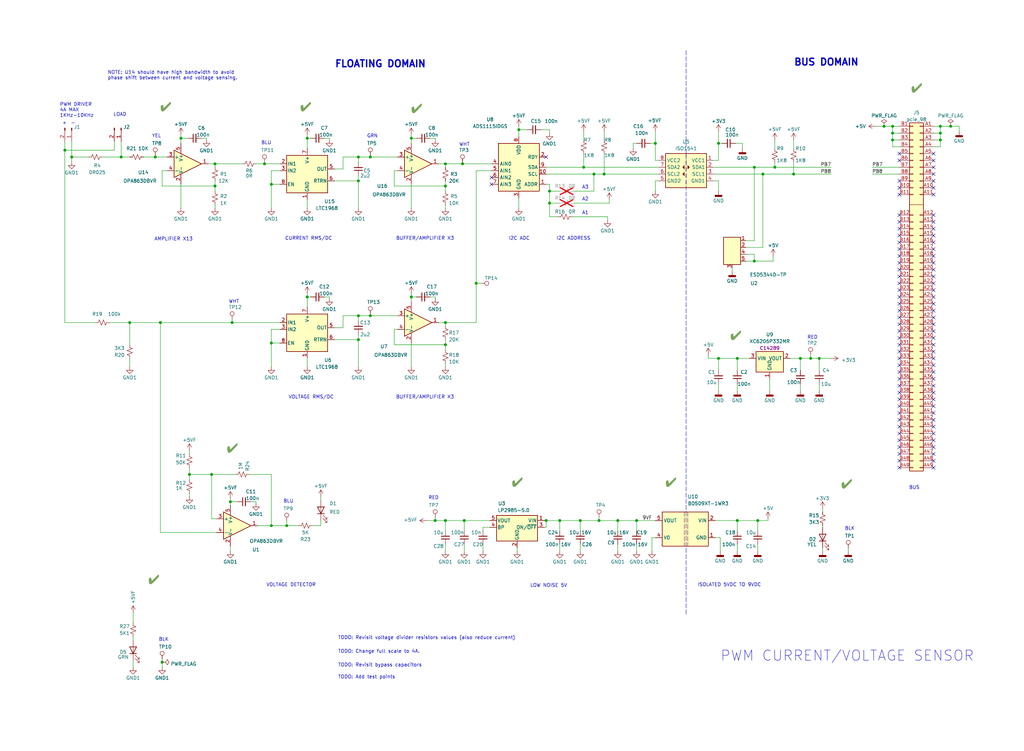
<source format=kicad_sch>
(kicad_sch (version 20230121) (generator eeschema)
  (paper "User" 381 279.4)
  (title_block (title "ADS1261B ADC BOARD") (rev "0.2"))
  (junction (at 295.275 64.77))
  (junction (at 67.31 51.435))
  (junction (at 267.335 53.34))
  (junction (at 85.725 186.69))
  (junction (at 133.35 117.475))
  (junction (at 24.13 55.88))
  (junction (at 100.965 195.58))
  (junction (at 349.885 52.07))
  (junction (at 80.01 60.96))
  (junction (at 165.735 128.27))
  (junction (at 283.845 64.77))
  (junction (at 203.2 193.675))
  (junction (at 45.085 58.42))
  (junction (at 60.325 246.38))
  (junction (at 280.67 97.155))
  (junction (at 78.74 176.53))
  (junction (at 133.35 67.31))
  (junction (at 267.335 133.35))
  (junction (at 161.925 193.675))
  (junction (at 332.105 52.07))
  (junction (at 349.885 49.53))
  (junction (at 288.29 62.23))
  (junction (at 220.98 64.77))
  (junction (at 204.47 71.12))
  (junction (at 153.035 51.435))
  (junction (at 133.35 58.42))
  (junction (at 165.735 120.015))
  (junction (at 137.795 117.475))
  (junction (at 133.35 126.365))
  (junction (at 280.67 62.23))
  (junction (at 301.625 133.35))
  (junction (at 165.735 193.675))
  (junction (at 26.67 58.42))
  (junction (at 165.735 60.96))
  (junction (at 57.785 58.42))
  (junction (at 217.17 62.23))
  (junction (at 193.04 48.26))
  (junction (at 274.32 193.675))
  (junction (at 224.79 64.77))
  (junction (at 274.32 133.35))
  (junction (at 80.01 69.215))
  (junction (at 100.965 127.635))
  (junction (at 137.795 58.42))
  (junction (at 172.085 60.96))
  (junction (at 297.815 133.35))
  (junction (at 332.105 49.53))
  (junction (at 304.8 133.35))
  (junction (at 236.855 193.675))
  (junction (at 281.94 193.675))
  (junction (at 114.3 110.49))
  (junction (at 177.165 105.41))
  (junction (at 153.035 110.49))
  (junction (at 353.695 46.99))
  (junction (at 229.87 193.675))
  (junction (at 215.9 193.675))
  (junction (at 332.105 46.99))
  (junction (at 204.47 75.565))
  (junction (at 114.3 51.435))
  (junction (at 349.885 46.99))
  (junction (at 98.425 60.96))
  (junction (at 208.28 193.675))
  (junction (at 59.69 120.015))
  (junction (at 86.36 120.015))
  (junction (at 222.885 193.675))
  (junction (at 172.72 193.675))
  (junction (at 106.68 195.58))
  (junction (at 70.485 176.53))
  (junction (at 165.735 69.215))
  (junction (at 48.26 120.015))
  (junction (at 243.84 53.34))
  (junction (at 100.965 68.58))
  (junction (at 328.93 46.99))
  (no_connect (at 347.345 64.77))
  (no_connect (at 334.645 69.85))
  (no_connect (at 347.345 148.59))
  (no_connect (at 334.645 107.95))
  (no_connect (at 347.345 113.03))
  (no_connect (at 347.345 107.95))
  (no_connect (at 334.645 123.19))
  (no_connect (at 334.645 166.37))
  (no_connect (at 347.345 166.37))
  (no_connect (at 347.345 115.57))
  (no_connect (at 347.345 69.85))
  (no_connect (at 334.645 90.17))
  (no_connect (at 347.345 90.17))
  (no_connect (at 334.645 105.41))
  (no_connect (at 347.345 95.25))
  (no_connect (at 347.345 123.19))
  (no_connect (at 203.2 58.42))
  (no_connect (at 347.345 135.89))
  (no_connect (at 334.645 120.65))
  (no_connect (at 334.645 156.21))
  (no_connect (at 334.645 171.45))
  (no_connect (at 347.345 173.99))
  (no_connect (at 334.645 143.51))
  (no_connect (at 334.645 85.09))
  (no_connect (at 347.345 161.29))
  (no_connect (at 347.345 87.63))
  (no_connect (at 334.645 110.49))
  (no_connect (at 334.645 97.79))
  (no_connect (at 334.645 161.29))
  (no_connect (at 347.345 125.73))
  (no_connect (at 334.645 102.87))
  (no_connect (at 347.345 57.15))
  (no_connect (at 347.345 156.21))
  (no_connect (at 347.345 171.45))
  (no_connect (at 334.645 153.67))
  (no_connect (at 347.345 59.69))
  (no_connect (at 334.645 148.59))
  (no_connect (at 334.645 140.97))
  (no_connect (at 347.345 143.51))
  (no_connect (at 347.345 85.09))
  (no_connect (at 334.645 87.63))
  (no_connect (at 334.645 80.01))
  (no_connect (at 334.645 138.43))
  (no_connect (at 347.345 110.49))
  (no_connect (at 334.645 115.57))
  (no_connect (at 334.645 100.33))
  (no_connect (at 182.88 68.58))
  (no_connect (at 347.345 97.79))
  (no_connect (at 334.645 67.31))
  (no_connect (at 334.645 95.25))
  (no_connect (at 347.345 67.31))
  (no_connect (at 347.345 120.65))
  (no_connect (at 334.645 92.71))
  (no_connect (at 347.345 130.81))
  (no_connect (at 334.645 59.69))
  (no_connect (at 347.345 140.97))
  (no_connect (at 347.345 138.43))
  (no_connect (at 334.645 146.05))
  (no_connect (at 347.345 72.39))
  (no_connect (at 347.345 133.35))
  (no_connect (at 334.645 163.83))
  (no_connect (at 347.345 151.13))
  (no_connect (at 347.345 100.33))
  (no_connect (at 334.645 151.13))
  (no_connect (at 347.345 153.67))
  (no_connect (at 334.645 125.73))
  (no_connect (at 334.645 130.81))
  (no_connect (at 334.645 118.11))
  (no_connect (at 334.645 82.55))
  (no_connect (at 334.645 113.03))
  (no_connect (at 347.345 146.05))
  (no_connect (at 334.645 135.89))
  (no_connect (at 334.645 72.39))
  (no_connect (at 334.645 133.35))
  (no_connect (at 334.645 128.27))
  (no_connect (at 347.345 168.91))
  (no_connect (at 334.645 168.91))
  (no_connect (at 182.88 66.04))
  (no_connect (at 347.345 62.23))
  (no_connect (at 334.645 158.75))
  (no_connect (at 347.345 158.75))
  (no_connect (at 334.645 57.15))
  (no_connect (at 347.345 163.83))
  (no_connect (at 347.345 92.71))
  (no_connect (at 347.345 105.41))
  (no_connect (at 334.645 173.99))
  (no_connect (at 347.345 80.01))
  (no_connect (at 347.345 102.87))
  (no_connect (at 347.345 128.27))
  (no_connect (at 347.345 82.55))
  (no_connect (at 347.345 118.11))
  (wire (pts (xy 204.47 48.26) (xy 204.47 49.53)))
  (wire (pts (xy 49.53 236.855) (xy 49.53 238.125)))
  (wire (pts (xy 349.885 49.53) (xy 349.885 46.99)))
  (wire (pts (xy 161.925 51.435) (xy 161.925 52.07)))
  (wire (pts (xy 229.87 193.675) (xy 229.87 197.485)))
  (wire (pts (xy 137.795 117.475) (xy 147.955 117.475)))
  (wire (pts (xy 24.13 52.705) (xy 24.13 55.88)))
  (wire (pts (xy 153.035 50.165) (xy 153.035 51.435)))
  (wire (pts (xy 49.53 227.965) (xy 49.53 231.775)))
  (wire (pts (xy 215.9 202.565) (xy 215.9 205.105)))
  (wire (pts (xy 80.01 76.2) (xy 80.01 77.47)))
  (wire (pts (xy 114.3 50.165) (xy 114.3 51.435)))
  (wire (pts (xy 224.79 57.15) (xy 224.79 64.77)))
  (wire (pts (xy 295.275 60.325) (xy 295.275 64.77)))
  (wire (pts (xy 95.25 60.96) (xy 98.425 60.96)))
  (wire (pts (xy 274.32 142.875) (xy 274.32 145.415)))
  (wire (pts (xy 26.67 58.42) (xy 33.02 58.42)))
  (wire (pts (xy 67.31 68.58) (xy 67.31 77.47)))
  (wire (pts (xy 119.38 184.785) (xy 119.38 186.055)))
  (wire (pts (xy 85.725 186.69) (xy 85.725 187.96)))
  (wire (pts (xy 204.47 71.12) (xy 204.47 75.565)))
  (wire (pts (xy 160.02 110.49) (xy 161.925 110.49)))
  (wire (pts (xy 80.01 69.215) (xy 80.01 71.12)))
  (wire (pts (xy 100.965 176.53) (xy 100.965 195.58)))
  (wire (pts (xy 204.47 75.565) (xy 208.28 75.565)))
  (wire (pts (xy 177.165 63.5) (xy 177.165 105.41)))
  (wire (pts (xy 172.085 60.96) (xy 182.88 60.96)))
  (wire (pts (xy 92.71 176.53) (xy 100.965 176.53)))
  (wire (pts (xy 222.885 192.405) (xy 222.885 193.675)))
  (wire (pts (xy 133.35 124.46) (xy 133.35 126.365)))
  (wire (pts (xy 203.2 62.23) (xy 217.17 62.23)))
  (wire (pts (xy 100.965 122.555) (xy 100.965 127.635)))
  (wire (pts (xy 77.47 60.96) (xy 80.01 60.96)))
  (wire (pts (xy 133.35 67.31) (xy 133.35 77.47)))
  (wire (pts (xy 172.72 193.675) (xy 182.245 193.675)))
  (wire (pts (xy 203.2 68.58) (xy 204.47 68.58)))
  (wire (pts (xy 67.31 51.435) (xy 67.31 53.34)))
  (wire (pts (xy 301.625 133.35) (xy 304.8 133.35)))
  (wire (pts (xy 153.035 110.49) (xy 154.94 110.49)))
  (wire (pts (xy 78.74 176.53) (xy 87.63 176.53)))
  (wire (pts (xy 267.335 53.34) (xy 268.605 53.34)))
  (wire (pts (xy 38.1 58.42) (xy 45.085 58.42)))
  (wire (pts (xy 229.87 202.565) (xy 229.87 205.105)))
  (wire (pts (xy 349.885 52.07) (xy 349.885 49.53)))
  (wire (pts (xy 165.735 193.675) (xy 172.72 193.675)))
  (wire (pts (xy 127.635 58.42) (xy 133.35 58.42)))
  (wire (pts (xy 243.84 53.34) (xy 243.84 48.895)))
  (wire (pts (xy 100.965 68.58) (xy 104.14 68.58)))
  (wire (pts (xy 42.545 52.705) (xy 42.545 55.88)))
  (wire (pts (xy 202.565 196.215) (xy 203.2 196.215)))
  (wire (pts (xy 220.98 64.77) (xy 224.79 64.77)))
  (wire (pts (xy 297.815 133.35) (xy 301.625 133.35)))
  (wire (pts (xy 80.645 193.04) (xy 78.74 193.04)))
  (wire (pts (xy 204.47 68.58) (xy 204.47 71.12)))
  (wire (pts (xy 280.67 62.23) (xy 280.67 89.535)))
  (wire (pts (xy 172.085 60.96) (xy 172.085 60.325)))
  (wire (pts (xy 347.345 49.53) (xy 349.885 49.53)))
  (wire (pts (xy 163.195 60.96) (xy 165.735 60.96)))
  (wire (pts (xy 201.295 48.26) (xy 204.47 48.26)))
  (wire (pts (xy 60.325 69.215) (xy 80.01 69.215)))
  (wire (pts (xy 179.705 202.565) (xy 179.705 205.105)))
  (wire (pts (xy 245.11 59.69) (xy 243.84 59.69)))
  (wire (pts (xy 127.635 117.475) (xy 133.35 117.475)))
  (wire (pts (xy 127.635 117.475) (xy 127.635 121.92)))
  (wire (pts (xy 179.705 197.485) (xy 179.705 196.215)))
  (wire (pts (xy 243.84 200.025) (xy 242.57 200.025)))
  (wire (pts (xy 208.28 202.565) (xy 208.28 205.105)))
  (wire (pts (xy 100.965 68.58) (xy 100.965 77.47)))
  (wire (pts (xy 267.335 142.875) (xy 267.335 145.415)))
  (wire (pts (xy 114.3 133.35) (xy 114.3 136.525)))
  (wire (pts (xy 267.335 133.35) (xy 267.335 137.795)))
  (wire (pts (xy 297.815 142.875) (xy 297.815 145.415)))
  (wire (pts (xy 24.13 55.88) (xy 42.545 55.88)))
  (wire (pts (xy 133.35 126.365) (xy 133.35 136.525)))
  (wire (pts (xy 70.485 183.515) (xy 70.485 184.785)))
  (wire (pts (xy 193.04 46.99) (xy 193.04 48.26)))
  (wire (pts (xy 242.57 200.025) (xy 242.57 205.105)))
  (wire (pts (xy 80.01 67.31) (xy 80.01 69.215)))
  (wire (pts (xy 226.06 80.645) (xy 226.06 81.915)))
  (wire (pts (xy 347.345 46.99) (xy 349.885 46.99)))
  (wire (pts (xy 203.2 196.215) (xy 203.2 193.675)))
  (wire (pts (xy 332.105 52.07) (xy 334.645 52.07)))
  (wire (pts (xy 60.325 246.38) (xy 60.325 248.285)))
  (wire (pts (xy 146.685 122.555) (xy 146.685 128.27)))
  (wire (pts (xy 120.65 51.435) (xy 122.555 51.435)))
  (wire (pts (xy 26.67 52.705) (xy 26.67 58.42)))
  (wire (pts (xy 203.2 64.77) (xy 220.98 64.77)))
  (wire (pts (xy 236.855 193.675) (xy 243.84 193.675)))
  (wire (pts (xy 208.28 193.675) (xy 208.28 197.485)))
  (wire (pts (xy 229.87 193.675) (xy 236.855 193.675)))
  (wire (pts (xy 104.14 63.5) (xy 100.965 63.5)))
  (wire (pts (xy 281.94 193.675) (xy 281.94 197.485)))
  (wire (pts (xy 274.32 193.675) (xy 274.32 197.485)))
  (wire (pts (xy 267.335 67.31) (xy 267.335 71.12)))
  (wire (pts (xy 349.885 54.61) (xy 349.885 52.07)))
  (wire (pts (xy 306.07 195.58) (xy 306.07 196.215)))
  (wire (pts (xy 85.725 203.2) (xy 85.725 205.105)))
  (wire (pts (xy 265.43 64.77) (xy 283.845 64.77)))
  (wire (pts (xy 217.17 62.23) (xy 245.11 62.23)))
  (wire (pts (xy 161.925 192.405) (xy 161.925 193.675)))
  (wire (pts (xy 85.725 186.69) (xy 88.265 186.69)))
  (wire (pts (xy 202.565 193.675) (xy 203.2 193.675)))
  (wire (pts (xy 26.67 58.42) (xy 26.67 60.325)))
  (wire (pts (xy 172.72 202.565) (xy 172.72 205.105)))
  (wire (pts (xy 328.93 46.99) (xy 332.105 46.99)))
  (wire (pts (xy 267.335 53.34) (xy 267.335 48.895)))
  (wire (pts (xy 93.345 186.69) (xy 95.25 186.69)))
  (wire (pts (xy 147.955 122.555) (xy 146.685 122.555)))
  (wire (pts (xy 288.29 52.07) (xy 288.29 55.245)))
  (wire (pts (xy 124.46 126.365) (xy 133.35 126.365)))
  (wire (pts (xy 45.085 52.705) (xy 45.085 58.42)))
  (wire (pts (xy 193.04 73.66) (xy 193.04 77.47)))
  (wire (pts (xy 165.735 120.015) (xy 177.165 120.015)))
  (polyline (pts (xy 255.27 18.796) (xy 255.27 228.6)) (stroke (width 0) (type dash)))
  (wire (pts (xy 212.725 80.645) (xy 226.06 80.645)))
  (wire (pts (xy 265.43 59.69) (xy 267.335 59.69)))
  (wire (pts (xy 332.105 49.53) (xy 332.105 52.07)))
  (wire (pts (xy 267.97 200.025) (xy 267.97 205.105)))
  (wire (pts (xy 301.625 132.08) (xy 301.625 133.35)))
  (wire (pts (xy 137.795 117.475) (xy 137.795 116.84)))
  (wire (pts (xy 53.34 58.42) (xy 57.785 58.42)))
  (wire (pts (xy 146.685 69.215) (xy 165.735 69.215)))
  (wire (pts (xy 165.735 128.27) (xy 165.735 130.175)))
  (wire (pts (xy 274.32 202.565) (xy 274.32 205.105)))
  (wire (pts (xy 165.735 135.255) (xy 165.735 136.525)))
  (wire (pts (xy 57.785 58.42) (xy 62.23 58.42)))
  (wire (pts (xy 85.725 185.42) (xy 85.725 186.69)))
  (wire (pts (xy 213.36 75.565) (xy 226.695 75.565)))
  (wire (pts (xy 179.705 196.215) (xy 182.245 196.215)))
  (wire (pts (xy 208.28 193.675) (xy 215.9 193.675)))
  (wire (pts (xy 294.005 133.35) (xy 297.815 133.35)))
  (wire (pts (xy 304.8 133.35) (xy 309.245 133.35)))
  (wire (pts (xy 78.74 193.04) (xy 78.74 176.53)))
  (wire (pts (xy 59.69 120.015) (xy 59.69 198.12)))
  (wire (pts (xy 86.36 118.745) (xy 86.36 120.015)))
  (wire (pts (xy 297.815 133.35) (xy 297.815 137.795)))
  (wire (pts (xy 49.53 245.745) (xy 49.53 248.285)))
  (wire (pts (xy 124.46 67.31) (xy 133.35 67.31)))
  (wire (pts (xy 334.645 54.61) (xy 332.105 54.61)))
  (wire (pts (xy 306.07 189.23) (xy 306.07 190.5)))
  (wire (pts (xy 165.735 67.31) (xy 165.735 69.215)))
  (wire (pts (xy 272.415 99.695) (xy 272.415 100.965)))
  (wire (pts (xy 100.965 127.635) (xy 104.14 127.635)))
  (wire (pts (xy 40.64 120.015) (xy 48.26 120.015)))
  (wire (pts (xy 215.9 193.675) (xy 222.885 193.675)))
  (wire (pts (xy 161.925 193.675) (xy 158.75 193.675)))
  (wire (pts (xy 98.425 60.96) (xy 104.14 60.96)))
  (wire (pts (xy 276.225 53.34) (xy 276.225 55.245)))
  (wire (pts (xy 114.3 51.435) (xy 114.3 55.245)))
  (wire (pts (xy 74.93 51.435) (xy 76.835 51.435)))
  (wire (pts (xy 114.3 110.49) (xy 115.57 110.49)))
  (wire (pts (xy 59.69 198.12) (xy 80.645 198.12)))
  (wire (pts (xy 161.925 193.675) (xy 165.735 193.675)))
  (wire (pts (xy 277.495 92.075) (xy 283.845 92.075)))
  (wire (pts (xy 165.735 60.96) (xy 172.085 60.96)))
  (wire (pts (xy 304.8 142.875) (xy 304.8 145.415)))
  (wire (pts (xy 204.47 71.12) (xy 208.28 71.12)))
  (wire (pts (xy 86.36 120.015) (xy 104.14 120.015)))
  (wire (pts (xy 277.495 89.535) (xy 280.67 89.535)))
  (wire (pts (xy 287.655 95.25) (xy 287.655 97.155)))
  (wire (pts (xy 273.685 53.34) (xy 276.225 53.34)))
  (wire (pts (xy 295.275 64.77) (xy 309.245 64.77)))
  (wire (pts (xy 114.3 110.49) (xy 114.3 114.3)))
  (wire (pts (xy 60.325 245.11) (xy 60.325 246.38)))
  (wire (pts (xy 100.965 195.58) (xy 106.68 195.58)))
  (wire (pts (xy 106.68 193.675) (xy 106.68 195.58)))
  (wire (pts (xy 215.9 193.675) (xy 215.9 197.485)))
  (wire (pts (xy 349.885 46.99) (xy 353.695 46.99)))
  (wire (pts (xy 204.47 75.565) (xy 204.47 80.645)))
  (wire (pts (xy 332.105 46.99) (xy 332.105 49.53)))
  (wire (pts (xy 172.72 193.675) (xy 172.72 197.485)))
  (wire (pts (xy 193.04 48.26) (xy 193.04 50.8)))
  (wire (pts (xy 165.735 193.675) (xy 165.735 197.485)))
  (wire (pts (xy 204.47 80.645) (xy 207.645 80.645)))
  (wire (pts (xy 267.335 53.34) (xy 267.335 59.69)))
  (wire (pts (xy 95.25 186.69) (xy 95.25 187.325)))
  (wire (pts (xy 283.845 64.77) (xy 283.845 92.075)))
  (wire (pts (xy 133.35 65.405) (xy 133.35 67.31)))
  (wire (pts (xy 70.485 167.64) (xy 70.485 168.91)))
  (wire (pts (xy 347.345 52.07) (xy 349.885 52.07)))
  (wire (pts (xy 265.43 67.31) (xy 267.335 67.31)))
  (wire (pts (xy 353.695 46.99) (xy 356.87 46.99)))
  (wire (pts (xy 153.035 127.635) (xy 153.035 136.525)))
  (wire (pts (xy 304.8 133.35) (xy 304.8 137.795)))
  (wire (pts (xy 236.855 53.34) (xy 235.585 53.34)))
  (wire (pts (xy 332.105 49.53) (xy 334.645 49.53)))
  (wire (pts (xy 106.68 195.58) (xy 111.125 195.58)))
  (wire (pts (xy 267.335 133.35) (xy 274.32 133.35)))
  (wire (pts (xy 114.3 74.295) (xy 114.3 77.47)))
  (wire (pts (xy 122.555 51.435) (xy 122.555 52.07)))
  (wire (pts (xy 286.385 140.97) (xy 286.385 145.415)))
  (wire (pts (xy 165.735 60.96) (xy 165.735 62.23)))
  (wire (pts (xy 332.105 52.07) (xy 332.105 54.61)))
  (wire (pts (xy 98.425 60.325) (xy 98.425 60.96)))
  (wire (pts (xy 127.635 58.42) (xy 127.635 62.865)))
  (wire (pts (xy 122.555 110.49) (xy 122.555 111.125)))
  (wire (pts (xy 153.035 110.49) (xy 153.035 112.395)))
  (wire (pts (xy 24.13 120.015) (xy 35.56 120.015)))
  (wire (pts (xy 182.88 63.5) (xy 177.165 63.5)))
  (wire (pts (xy 315.595 203.835) (xy 315.595 205.105)))
  (wire (pts (xy 334.645 46.99) (xy 332.105 46.99)))
  (wire (pts (xy 119.38 195.58) (xy 116.205 195.58)))
  (wire (pts (xy 277.495 94.615) (xy 280.67 94.615)))
  (wire (pts (xy 137.795 58.42) (xy 147.955 58.42)))
  (wire (pts (xy 100.965 63.5) (xy 100.965 68.58)))
  (wire (pts (xy 177.165 105.41) (xy 179.07 105.41)))
  (wire (pts (xy 217.17 57.15) (xy 217.17 62.23)))
  (wire (pts (xy 70.485 176.53) (xy 78.74 176.53)))
  (wire (pts (xy 266.065 200.025) (xy 267.97 200.025)))
  (wire (pts (xy 280.67 94.615) (xy 280.67 97.155)))
  (wire (pts (xy 324.485 62.23) (xy 334.645 62.23)))
  (wire (pts (xy 165.735 202.565) (xy 165.735 205.105)))
  (wire (pts (xy 203.2 193.675) (xy 208.28 193.675)))
  (wire (pts (xy 24.13 55.88) (xy 24.13 120.015)))
  (wire (pts (xy 161.925 110.49) (xy 161.925 111.125)))
  (wire (pts (xy 114.3 51.435) (xy 115.57 51.435)))
  (wire (pts (xy 147.955 63.5) (xy 146.685 63.5)))
  (wire (pts (xy 217.17 48.895) (xy 217.17 52.07)))
  (wire (pts (xy 274.32 133.35) (xy 274.32 137.795)))
  (wire (pts (xy 220.98 64.77) (xy 220.98 71.12)))
  (wire (pts (xy 60.325 63.5) (xy 62.23 63.5)))
  (wire (pts (xy 263.525 133.35) (xy 267.335 133.35)))
  (wire (pts (xy 243.84 67.31) (xy 243.84 71.12)))
  (wire (pts (xy 192.405 203.835) (xy 192.405 205.105)))
  (wire (pts (xy 153.035 51.435) (xy 154.94 51.435)))
  (wire (pts (xy 285.75 193.675) (xy 285.75 193.04)))
  (wire (pts (xy 347.345 54.61) (xy 349.885 54.61)))
  (wire (pts (xy 356.87 46.99) (xy 356.87 48.895)))
  (wire (pts (xy 283.845 64.77) (xy 295.275 64.77)))
  (wire (pts (xy 277.495 97.155) (xy 280.67 97.155)))
  (wire (pts (xy 104.14 122.555) (xy 100.965 122.555)))
  (wire (pts (xy 274.32 193.675) (xy 281.94 193.675)))
  (wire (pts (xy 165.735 76.2) (xy 165.735 77.47)))
  (wire (pts (xy 213.36 71.12) (xy 220.98 71.12)))
  (wire (pts (xy 263.525 133.35) (xy 263.525 132.08)))
  (wire (pts (xy 324.485 64.77) (xy 334.645 64.77)))
  (wire (pts (xy 133.35 58.42) (xy 137.795 58.42)))
  (wire (pts (xy 160.02 51.435) (xy 161.925 51.435)))
  (wire (pts (xy 165.735 69.215) (xy 165.735 71.12)))
  (wire (pts (xy 193.04 48.26) (xy 196.215 48.26)))
  (wire (pts (xy 288.29 60.325) (xy 288.29 62.23)))
  (wire (pts (xy 70.485 173.99) (xy 70.485 176.53)))
  (wire (pts (xy 133.35 58.42) (xy 133.35 60.325)))
  (wire (pts (xy 165.735 126.365) (xy 165.735 128.27)))
  (wire (pts (xy 80.01 60.96) (xy 90.17 60.96)))
  (wire (pts (xy 45.085 58.42) (xy 48.26 58.42)))
  (wire (pts (xy 280.67 97.155) (xy 287.655 97.155)))
  (wire (pts (xy 295.275 52.07) (xy 295.275 55.245)))
  (wire (pts (xy 274.32 133.35) (xy 278.765 133.35)))
  (wire (pts (xy 325.755 46.99) (xy 328.93 46.99)))
  (wire (pts (xy 133.35 117.475) (xy 133.35 119.38)))
  (wire (pts (xy 70.485 176.53) (xy 70.485 178.435)))
  (wire (pts (xy 146.685 128.27) (xy 165.735 128.27)))
  (wire (pts (xy 67.31 50.165) (xy 67.31 51.435)))
  (wire (pts (xy 100.965 127.635) (xy 100.965 136.525)))
  (wire (pts (xy 48.26 120.015) (xy 59.69 120.015)))
  (wire (pts (xy 163.195 120.015) (xy 165.735 120.015)))
  (wire (pts (xy 280.67 62.23) (xy 288.29 62.23)))
  (wire (pts (xy 165.735 120.015) (xy 165.735 121.285)))
  (wire (pts (xy 153.035 109.22) (xy 153.035 110.49)))
  (wire (pts (xy 243.84 53.34) (xy 243.84 59.69)))
  (wire (pts (xy 241.935 53.34) (xy 243.84 53.34)))
  (wire (pts (xy 153.035 51.435) (xy 153.035 53.34)))
  (wire (pts (xy 224.79 48.895) (xy 224.79 52.07)))
  (wire (pts (xy 95.885 195.58) (xy 100.965 195.58)))
  (wire (pts (xy 236.855 193.675) (xy 236.855 197.485)))
  (wire (pts (xy 224.79 64.77) (xy 245.11 64.77)))
  (wire (pts (xy 60.325 69.215) (xy 60.325 63.5)))
  (wire (pts (xy 236.855 202.565) (xy 236.855 205.105)))
  (wire (pts (xy 281.94 202.565) (xy 281.94 205.105)))
  (wire (pts (xy 124.46 62.865) (xy 127.635 62.865)))
  (wire (pts (xy 48.26 120.015) (xy 48.26 128.27)))
  (wire (pts (xy 76.835 51.435) (xy 76.835 52.07)))
  (wire (pts (xy 153.035 68.58) (xy 153.035 77.47)))
  (wire (pts (xy 306.07 203.835) (xy 306.07 205.105)))
  (wire (pts (xy 235.585 53.34) (xy 235.585 55.245)))
  (wire (pts (xy 59.69 120.015) (xy 86.36 120.015)))
  (wire (pts (xy 245.11 67.31) (xy 243.84 67.31)))
  (wire (pts (xy 288.29 62.23) (xy 309.245 62.23)))
  (wire (pts (xy 133.35 117.475) (xy 137.795 117.475)))
  (wire (pts (xy 222.885 193.675) (xy 229.87 193.675)))
  (wire (pts (xy 80.01 60.96) (xy 80.01 62.23)))
  (wire (pts (xy 137.795 58.42) (xy 137.795 57.785)))
  (wire (pts (xy 281.94 193.675) (xy 285.75 193.675)))
  (wire (pts (xy 120.65 110.49) (xy 122.555 110.49)))
  (wire (pts (xy 265.43 62.23) (xy 280.67 62.23)))
  (wire (pts (xy 177.165 105.41) (xy 177.165 120.015)))
  (wire (pts (xy 226.695 74.295) (xy 226.695 75.565)))
  (wire (pts (xy 48.26 133.35) (xy 48.26 136.525)))
  (wire (pts (xy 266.065 193.675) (xy 274.32 193.675)))
  (wire (pts (xy 67.31 51.435) (xy 69.85 51.435)))
  (wire (pts (xy 124.46 121.92) (xy 127.635 121.92)))
  (wire (pts (xy 146.685 63.5) (xy 146.685 69.215)))
  (wire (pts (xy 114.3 109.22) (xy 114.3 110.49)))
  (wire (pts (xy 57.785 57.785) (xy 57.785 58.42)))
  (wire (pts (xy 119.38 193.675) (xy 119.38 195.58)))
  (image (at 314.96 179.705) (scale 0.680494))
  (image (at 61.595 39.37) (scale 0.680494))
  (image (at 249.555 179.07) (scale 0.680494))
  (image (at 86.36 166.37) (scale 0.680494))
  (image (at 340.995 32.385) (scale 0.680494))
  (image (at 57.15 215.265) (scale 0.680494))
  (image (at 192.405 179.07) (scale 0.680494))
  (image (at 273.685 124.46) (scale 0.680494))
  (image (at 154.94 40.005) (scale 0.680494))
  (image (at 113.665 39.37) (scale 0.680494))
  (text "TODO: Revisit bypass capacitors" (at 125.73 248.285 0) (effects (font (size 1.27 1.27)) (justify left bottom)))
  (text "A2" (at 216.535 74.93 0) (effects (font (size 1.27 1.27)) (justify left bottom)))
  (text "TODO: Revisit voltage divider resistors values (also reduce current)" (at 125.73 238.125 0) (effects (font (size 1.27 1.27)) (justify left bottom)))
  (text "FLOATING DOMAIN" (at 124.46 25.4 0) (effects (font (size 2.54 2.54) (thickness 0.508) bold) (justify left bottom)))
  (text "WHT" (at 85.09 113.03 0) (effects (font (size 1.27 1.27)) (justify left bottom)))
  (text "LOAD" (at 42.164 43.434 0) (effects (font (size 1.27 1.27)) (justify left bottom)))
  (text "BUS" (at 338.201 182.245 0) (effects (font (size 1.27 1.27)) (justify left bottom)))
  (text "I2C ADDRESS" (at 207.01 89.535 0) (effects (font (size 1.27 1.27)) (justify left bottom)))
  (text "TODO: Change full scale to 4A." (at 125.73 243.205 0) (effects (font (size 1.27 1.27)) (justify left bottom)))
  (text "PWM DRIVER\n4A MAX\n1KHz-10KHz" (at 22.225 43.815 0) (effects (font (size 1.27 1.27)) (justify left bottom)))
  (text "A1" (at 216.535 80.01 0) (effects (font (size 1.27 1.27)) (justify left bottom)))
  (text "AMPLIFIER X13" (at 57.404 89.789 0) (effects (font (size 1.27 1.27)) (justify left bottom)))
  (text "BLU" (at 97.155 53.975 0) (effects (font (size 1.27 1.27)) (justify left bottom)))
  (text "GRN" (at 136.525 51.435 0) (effects (font (size 1.27 1.27)) (justify left bottom)))
  (text "TODO: Add test points" (at 125.73 252.73 0) (effects (font (size 1.27 1.27)) (justify left bottom)))
  (text "+" (at 23.114 46.609 0) (effects (font (size 1.27 1.27)) (justify left bottom)))
  (text "RED" (at 159.385 186.055 0) (effects (font (size 1.27 1.27)) (justify left bottom)))
  (text "LOW NOISE 5V" (at 211.074 218.694 0) (effects (font (size 1.27 1.27)) (justify right bottom)))
  (text "BLU" (at 105.41 187.325 0) (effects (font (size 1.27 1.27)) (justify left bottom)))
  (text "RED" (at 300.355 126.365 0) (effects (font (size 1.27 1.27)) (justify left bottom)))
  (text "A3" (at 216.535 70.485 0) (effects (font (size 1.27 1.27)) (justify left bottom)))
  (text "YEL" (at 56.515 51.435 0) (effects (font (size 1.27 1.27)) (justify left bottom)))
  (text "PWM CURRENT/VOLTAGE SENSOR" (at 267.97 246.38 0) (effects (font (size 3.81 3.81)) (justify left bottom)))
  (text "WHT" (at 170.815 54.61 0) (effects (font (size 1.27 1.27)) (justify left bottom)))
  (text "VOLTAGE DETECTOR" (at 99.06 218.44 0) (effects (font (size 1.27 1.27)) (justify left bottom)))
  (text "NOTE: U14 should have high bandwidth to avoid\nphase shift between current and voltage sensing." (at 40.005 29.845 0) (effects (font (size 1.27 1.27)) (justify left bottom)))
  (text "I2C ADC" (at 189.23 89.535 0) (effects (font (size 1.27 1.27)) (justify left bottom)))
  (text "BLK" (at 59.055 238.76 0) (effects (font (size 1.27 1.27)) (justify left bottom)))
  (text "VOLTAGE RMS/DC" (at 107.315 148.59 0) (effects (font (size 1.27 1.27)) (justify left bottom)))
  (text "BUFFER/AMPLIFIER X3" (at 147.32 148.59 0) (effects (font (size 1.27 1.27)) (justify left bottom)))
  (text "ISOLATED 5VDC TO 9VDC" (at 283.21 218.44 0) (effects (font (size 1.27 1.27)) (justify right bottom)))
  (text "BUS DOMAIN" (at 295.275 24.765 0) (effects (font (size 2.54 2.54) (thickness 0.508) bold) (justify left bottom)))
  (text "CURRENT RMS/DC" (at 106.045 89.535 0) (effects (font (size 1.27 1.27)) (justify left bottom)))
  (text "BUFFER/AMPLIFIER X3" (at 147.32 89.535 0) (effects (font (size 1.27 1.27)) (justify left bottom)))
  (text "BLK" (at 314.325 197.485 0) (effects (font (size 1.27 1.27)) (justify left bottom)))
  (text "-" (at 26.289 46.609 0) (effects (font (size 1.27 1.27)) (justify left bottom)))
  (label "PB8" (at 309.245 64.77 180))
  (label "9VF" (at 239.014 193.675 0))
  (label "PB7" (at 324.485 62.23 0))
  (label "PB7" (at 309.245 62.23 180))
  (label "PB8" (at 324.485 64.77 0))
  (symbol (lib_id "heater:+5VF") (at 67.31 50.165 0) (unit 1)
    (property "Reference" "#PWR026" (effects hide))
    (property "Value" "+5VF" (at 67.31 46.22 0))
  )
  (symbol (lib_id "common:GND") (at 274.32 145.415 0) (unit 1)
    (property "Reference" "#PWR02" (effects hide))
    (property "Value" "GND" (at 274.32 148.979 0))
  )
  (symbol (lib_id "heater:+5VF") (at 153.035 50.165 0) (unit 1)
    (property "Reference" "#PWR028" (effects hide))
    (property "Value" "+5VF" (at 153.035 46.22 0))
  )
  (symbol (lib_id "heater:GNDF") (at 95.25 187.325 0) (unit 1)
    (property "Reference" "#PWR023" (effects hide))
    (property "Value" "GNDF" (at 95.25 191.27 0))
  )
  (symbol (lib_id "common:GND") (at 306.07 205.105 0) (unit 1)
    (property "Reference" "#PWR012" (effects hide))
    (property "Value" "GND" (at 306.07 208.669 0))
  )
  (symbol (lib_id "heater:+5VF") (at 85.725 185.42 0) (unit 1)
    (property "Reference" "#PWR034" (effects hide))
    (property "Value" "+5VF" (at 85.725 181.475 0))
  )
  (symbol (lib_id "common:TestPoint") (at 137.795 118.11 0) (unit 1) (in_bom no)
    (property "Reference" "TP13" (at 136.525 112.395 0) (effects (justify left)))
    (property "Value" "TestPoint" (effects hide))
    (property "Footprint" "common:Test_Pad" (effects hide))
  )
  (symbol (lib_id "Device:C_Small") (at 118.11 51.435 90) (unit 1)
    (property "Reference" "C7" (at 120.65 47.625 90))
    (property "Value" "100n" (at 121.285 50.165 90))
    (property "Footprint" "Capacitor_SMD:C_0402_1005Metric" (effects hide))
    (property "LCSC" "C1525" (effects hide))
  )
  (symbol (lib_id "Device:C_Small") (at 229.87 200.025 0) (mirror x) (unit 1)
    (property "Reference" "C9" (at 227.33 201.93 0))
    (property "Value" "10u 16V" (at 229.87 198.12 0))
    (property "Footprint" "Capacitor_SMD:C_0603_1608Metric" (effects hide))
    (property "LCSC" "C96446" (effects hide))
  )
  (symbol (lib_id "heater:+5VF") (at 295.275 52.07 0) (unit 1)
    (property "Reference" "#PWR025" (effects hide))
    (property "Value" "+5VF" (at 295.275 48.125 0))
  )
  (symbol (lib_id "power:+5V") (at 287.655 95.25 0) (unit 1)
    (property "Reference" "#PWR052" (effects hide))
    (property "Value" "+5V" (at 287.655 91.305 0))
  )
  (symbol (lib_id "Device:R_Small_US") (at 113.665 195.58 90) (unit 1)
    (property "Reference" "R23" (at 113.665 200.66 90))
    (property "Value" "5K" (at 113.665 198.12 90))
    (property "Footprint" "Resistor_SMD:R_0402_1005Metric" (effects hide))
  )
  (symbol (lib_id "heater:GNDF") (at 48.26 136.525 0) (unit 1)
    (property "Reference" "#PWR073" (effects hide))
    (property "Value" "GNDF" (at 48.26 140.47 0))
  )
  (symbol (lib_name "ESD5344D_1") (lib_id "common:ESD5344D") (at 272.415 94.615 0) (mirror y) (unit 1)
    (property "Reference" "U2" (at 281.94 105.41 0) (effects (justify left)))
    (property "Value" "ESD5344D-TP" (at 292.735 102.235 0) (effects (justify left)))
    (property "Footprint" "common:Diodes_UDFN-10_1.0x2.5mm_P0.5mm" (effects hide))
    (property "LCSC" "C2841840" (effects hide))
  )
  (symbol (lib_id "common:PCIE_98_EDGE") (at 339.725 85.09 0) (unit 1) (in_bom no)
    (property "Reference" "J5" (at 340.995 41.91 0))
    (property "Value" "pcie_98" (at 340.995 44.45 0))
    (property "Footprint" "common:PCIE_98_CARD" (effects hide))
    (property "LCSC" "DNP" (effects hide))
  )
  (symbol (lib_id "heater:GNDF") (at 172.72 205.105 0) (mirror y) (unit 1)
    (property "Reference" "#PWR033" (effects hide))
    (property "Value" "GNDF" (at 172.72 209.05 0))
  )
  (symbol (lib_id "Device:R_Small_US") (at 224.79 54.61 180) (unit 1)
    (property "Reference" "R8" (at 224.79 52.07 0) (effects (justify right)))
    (property "Value" "1K8" (at 224.79 57.785 0) (effects (justify right)))
    (property "Footprint" "Resistor_SMD:R_0402_1005Metric" (effects hide))
    (property "LCSC" "C4109" (effects hide))
  )
  (symbol (lib_id "heater:GNDF") (at 133.35 77.47 0) (unit 1)
    (property "Reference" "#PWR060" (effects hide))
    (property "Value" "GNDF" (at 133.35 81.415 0))
  )
  (symbol (lib_id "Device:R_Small_US") (at 210.185 80.645 90) (unit 1)
    (property "Reference" "R16" (at 206.375 78.74 90) (effects (justify right)))
    (property "Value" "0R" (at 211.455 78.74 90) (effects (justify right)))
    (property "Footprint" "Resistor_SMD:R_0402_1005Metric" (effects hide))
  )
  (symbol (lib_id "Device:R_Small_US") (at 70.485 180.975 180) (unit 1)
    (property "Reference" "R12" (at 67.31 179.705 0))
    (property "Value" "1K" (at 66.675 181.61 0))
    (property "LCSC" "C11702" (effects hide))
  )
  (symbol (lib_id "heater:GNDF") (at 67.31 77.47 0) (unit 1)
    (property "Reference" "#PWR055" (effects hide))
    (property "Value" "GNDF" (at 67.31 81.415 0))
  )
  (symbol (lib_id "heater:GNDF") (at 161.925 111.125 0) (unit 1)
    (property "Reference" "#PWR071" (effects hide))
    (property "Value" "GNDF" (at 161.925 115.07 0))
  )
  (symbol (lib_id "heater:GNDF") (at 26.67 60.325 0) (unit 1)
    (property "Reference" "#PWR057" (effects hide))
    (property "Value" "GNDF" (at 26.67 64.27 0))
  )
  (symbol (lib_id "Device:R_Small_US") (at 288.29 57.785 180) (unit 1)
    (property "Reference" "R9" (at 288.925 55.245 0) (effects (justify right)))
    (property "Value" "1K8" (at 288.925 59.69 0) (effects (justify right)))
    (property "Footprint" "Resistor_SMD:R_0402_1005Metric" (effects hide))
    (property "LCSC" "C4109" (effects hide))
  )
  (symbol (lib_id "Device:R_Small_US") (at 306.07 193.04 0) (unit 1)
    (property "Reference" "R15" (at 302.895 191.77 0))
    (property "Value" "3K3" (at 302.895 194.31 0))
    (property "Footprint" "Resistor_SMD:R_0402_1005Metric" (effects hide))
  )
  (symbol (lib_id "common:GND") (at 356.87 48.895 0) (unit 1)
    (property "Reference" "#PWR05" (effects hide))
    (property "Value" "GND" (at 356.87 52.459 0))
  )
  (symbol (lib_id "heater:GNDF") (at 226.06 81.915 0) (unit 1)
    (property "Reference" "#PWR035" (effects hide))
    (property "Value" "GNDF" (at 226.06 85.86 0))
  )
  (symbol (lib_id "Device:C_Small") (at 90.805 186.69 90) (unit 1)
    (property "Reference" "C11" (at 93.345 182.88 90))
    (property "Value" "100n" (at 93.98 185.42 90))
    (property "Footprint" "Capacitor_SMD:C_0402_1005Metric" (effects hide))
    (property "LCSC" "C1525" (effects hide))
  )
  (symbol (lib_id "common:TestPoint") (at 137.795 59.055 0) (unit 1) (in_bom no)
    (property "Reference" "TP5" (at 136.525 53.34 0) (effects (justify left)))
    (property "Value" "TestPoint" (effects hide))
    (property "Footprint" "common:Test_Pad" (effects hide))
  )
  (symbol (lib_id "common:GND") (at 267.335 71.12 0) (unit 1)
    (property "Reference" "#PWR09" (effects hide))
    (property "Value" "GND" (at 267.335 74.684 0))
  )
  (symbol (lib_id "heater:+5VF") (at 114.3 50.165 0) (unit 1)
    (property "Reference" "#PWR027" (effects hide))
    (property "Value" "+5VF" (at 114.3 46.22 0))
  )
  (symbol (lib_id "Device:R_Small_US") (at 165.735 132.715 180) (unit 1)
    (property "Reference" "R18" (at 168.91 132.08 0))
    (property "Value" "10K" (at 168.91 134.62 0))
    (property "LCSC" "C11702" (effects hide))
  )
  (symbol (lib_id "Amplifier_Operational:OPA330xxDBV") (at 69.85 60.96 0) (unit 1)
    (property "Reference" "U14" (at 53.34 64.135 0))
    (property "Value" "OPA863DBVR" (at 52.07 67.31 0))
    (property "Footprint" "heater:SOT-23-5" (effects hide))
    (property "Datasheet" "http://www.ti.com/lit/ds/symlink/opa330.pdf" (effects hide))
  )
  (symbol (lib_id "common:GND") (at 276.225 55.245 0) (unit 1)
    (property "Reference" "#PWR021" (effects hide))
    (property "Value" "GND" (at 276.225 58.809 0))
  )
  (symbol (lib_id "heater:GNDF") (at 122.555 111.125 0) (unit 1)
    (property "Reference" "#PWR046" (effects hide))
    (property "Value" "GNDF" (at 122.555 115.07 0))
  )
  (symbol (lib_id "Device:R_Small_US") (at 80.01 64.77 180) (unit 1)
    (property "Reference" "R1" (at 83.185 64.77 0))
    (property "Value" "12K" (at 83.185 67.31 0))
    (property "LCSC" "C25752" (effects hide))
  )
  (symbol (lib_id "heater:GNDF") (at 122.555 52.07 0) (unit 1)
    (property "Reference" "#PWR044" (effects hide))
    (property "Value" "GNDF" (at 122.555 56.015 0))
  )
  (symbol (lib_id "heater:GNDF") (at 153.035 77.47 0) (unit 1)
    (property "Reference" "#PWR064" (effects hide))
    (property "Value" "GNDF" (at 153.035 81.415 0))
  )
  (symbol (lib_id "common:TestPoint") (at 161.925 193.675 0) (mirror y) (unit 1) (in_bom no)
    (property "Reference" "TP7" (at 163.195 187.96 0) (effects (justify left)))
    (property "Value" "TestPoint" (effects hide))
    (property "Footprint" "common:Test_Pad" (effects hide))
  )
  (symbol (lib_id "power:+5V") (at 263.525 132.08 0) (unit 1)
    (property "Reference" "#PWR04" (effects hide))
    (property "Value" "+5V" (at 263.525 128.27 0))
  )
  (symbol (lib_id "heater:GNDF") (at 165.735 136.525 0) (unit 1)
    (property "Reference" "#PWR072" (effects hide))
    (property "Value" "GNDF" (at 165.735 140.47 0))
  )
  (symbol (lib_id "heater:LTC1968") (at 114.3 124.46 0) (unit 1)
    (property "Reference" "U6" (at 120.65 133.985 0) (effects (justify left)))
    (property "Value" "LTC1968" (at 117.475 136.525 0) (effects (justify left)))
    (property "LCSC" "C679077" (effects hide))
  )
  (symbol (lib_id "Connector:Conn_01x02_Pin") (at 45.085 47.625 270) (unit 1)
    (property "Reference" "J2" (at 45.9232 47.236 90) (effects (justify left)))
    (property "Value" "Conn_01x02_Pin" (effects hide))
  )
  (symbol (lib_id "heater:ADS1115IDGS") (at 193.04 63.5 0) (unit 1)
    (property "Reference" "U8" (at 180.975 44.45 0) (effects (justify left)))
    (property "Value" "ADS1115IDGS" (at 175.895 46.99 0) (effects (justify left)))
    (property "Footprint" "Package_SO:TSSOP-10_3x3mm_P0.5mm" (effects hide))
    (property "Datasheet" "http://www.ti.com/lit/ds/symlink/ads1015.pdf" (effects hide))
  )
  (symbol (lib_id "heater:GNDF") (at 243.84 71.12 0) (unit 1)
    (property "Reference" "#PWR062" (effects hide))
    (property "Value" "GNDF" (at 243.84 75.065 0))
  )
  (symbol (lib_id "Device:R_Small_US") (at 165.735 73.66 180) (unit 1)
    (property "Reference" "R5" (at 168.91 73.025 0))
    (property "Value" "10K" (at 168.91 75.565 0))
    (property "LCSC" "C11702" (effects hide))
  )
  (symbol (lib_id "Device:R_Small_US") (at 70.485 171.45 180) (unit 1)
    (property "Reference" "R11" (at 67.31 169.545 0))
    (property "Value" "50K" (at 67.31 172.085 0))
  )
  (symbol (lib_id "common:GND") (at 272.415 100.965 0) (unit 1)
    (property "Reference" "#PWR015" (effects hide))
    (property "Value" "GND" (at 272.415 104.529 0))
  )
  (symbol (lib_id "heater:LTC1968") (at 114.3 65.405 0) (unit 1)
    (property "Reference" "U15" (at 120.65 74.93 0) (effects (justify left)))
    (property "Value" "LTC1968" (at 117.475 77.47 0) (effects (justify left)))
    (property "LCSC" "C679077" (effects hide))
  )
  (symbol (lib_id "heater:GNDF") (at 215.9 205.105 0) (mirror y) (unit 1)
    (property "Reference" "#PWR030" (effects hide))
    (property "Value" "GNDF" (at 215.9 209.05 0))
  )
  (symbol (lib_id "heater:+5VF") (at 224.79 48.895 0) (unit 1)
    (property "Reference" "#PWR068" (effects hide))
    (property "Value" "+5VF" (at 224.79 44.95 0))
  )
  (symbol (lib_id "power:PWR_FLAG") (at 60.325 246.38 270) (mirror x) (unit 1)
    (property "Reference" "#FLG03" (effects hide))
    (property "Value" "PWR_FLAG" (at 63.5 247.015 90) (effects (justify left)))
  )
  (symbol (lib_id "common:TestPoint") (at 177.8 105.41 270) (unit 1) (in_bom no)
    (property "Reference" "TP14" (at 180.34 103.505 90) (effects (justify left)))
    (property "Value" "TestPoint" (effects hide))
    (property "Footprint" "common:Test_Pad" (effects hide))
  )
  (symbol (lib_id "Device:R_Small_US") (at 295.275 57.785 180) (unit 1)
    (property "Reference" "R10" (at 295.91 55.245 0) (effects (justify right)))
    (property "Value" "1K8" (at 295.91 59.69 0) (effects (justify right)))
    (property "Footprint" "Resistor_SMD:R_0402_1005Metric" (effects hide))
    (property "LCSC" "C4109" (effects hide))
  )
  (symbol (lib_id "common:GND") (at 281.94 205.105 0) (unit 1)
    (property "Reference" "#PWR049" (effects hide))
    (property "Value" "GND" (at 281.94 208.669 0))
  )
  (symbol (lib_id "Amplifier_Operational:OPA330xxDBV") (at 88.265 195.58 0) (unit 1)
    (property "Reference" "U1" (at 95.25 204.47 0))
    (property "Value" "OPA863DBVR" (at 99.06 201.295 0))
    (property "Footprint" "heater:SOT-23-5" (effects hide))
    (property "Datasheet" "http://www.ti.com/lit/ds/symlink/opa330.pdf" (effects hide))
  )
  (symbol (lib_id "Isolator:ISO1541") (at 255.27 62.23 0) (mirror y) (unit 1)
    (property "Reference" "U5" (at 255.27 52.705 0))
    (property "Value" "ISO1541" (at 255.27 55.245 0))
    (property "Footprint" "Package_SO:SOIC-8_3.9x4.9mm_P1.27mm" (effects hide))
    (property "Datasheet" "http://www.ti.com/lit/ds/symlink/iso1541.pdf" (effects hide))
  )
  (symbol (lib_id "Device:C_Small") (at 198.755 48.26 90) (unit 1)
    (property "Reference" "C15" (at 199.39 45.085 90))
    (property "Value" "100n" (at 205.105 45.085 90))
    (property "Footprint" "Capacitor_SMD:C_0402_1005Metric" (effects hide))
    (property "LCSC" "C1525" (effects hide))
  )
  (symbol (lib_id "heater:+5VF") (at 153.035 109.22 0) (unit 1)
    (property "Reference" "#PWR069" (effects hide))
    (property "Value" "+5VF" (at 153.035 105.275 0))
  )
  (symbol (lib_id "heater:+5VF") (at 243.84 48.895 0) (unit 1)
    (property "Reference" "#PWR063" (effects hide))
    (property "Value" "+5VF" (at 243.586 44.831 0))
  )
  (symbol (lib_id "heater:GNDF") (at 242.57 205.105 0) (unit 1)
    (property "Reference" "#PWR08" (effects hide))
    (property "Value" "GNDF" (at 242.57 209.05 0))
  )
  (symbol (lib_id "heater:+3V3") (at 309.245 133.35 270) (unit 1)
    (property "Reference" "#PWR010" (effects hide))
    (property "Value" "+3V3" (at 313.055 133.985 90) (effects (justify left)))
  )
  (symbol (lib_id "Device:R_Small_US") (at 35.56 58.42 90) (unit 1)
    (property "Reference" "R4" (at 36.195 61.595 90))
    (property "Value" "0R025" (at 36.195 64.135 90))
    (property "Footprint" "Resistor_SMD:R_2512_6332Metric" (effects hide))
    (property "LCSC" "C705607" (effects hide))
  )
  (symbol (lib_id "Device:C_Small") (at 118.11 110.49 90) (unit 1)
    (property "Reference" "C12" (at 120.65 106.68 90))
    (property "Value" "100n" (at 121.285 109.22 90))
    (property "Footprint" "Capacitor_SMD:C_0402_1005Metric" (effects hide))
    (property "LCSC" "C1525" (effects hide))
  )
  (symbol (lib_id "heater:GNDF") (at 80.01 77.47 0) (unit 1)
    (property "Reference" "#PWR056" (effects hide))
    (property "Value" "GNDF" (at 80.01 81.415 0))
  )
  (symbol (lib_id "Device:C_Small") (at 281.94 200.025 0) (mirror x) (unit 1)
    (property "Reference" "C14" (at 279.4 203.2 0))
    (property "Value" "10u" (at 279.4 198.12 0))
    (property "Footprint" "Capacitor_SMD:C_0603_1608Metric" (effects hide))
    (property "LCSC" "C19702" (effects hide))
  )
  (symbol (lib_id "Device:C_Small") (at 239.395 53.34 270) (unit 1)
    (property "Reference" "C16" (at 237.49 46.99 90))
    (property "Value" "100n" (at 238.76 49.53 90))
    (property "Footprint" "Capacitor_SMD:C_0402_1005Metric" (effects hide))
    (property "LCSC" "C1525" (effects hide))
  )
  (symbol (lib_id "Device:C_Small") (at 165.735 200.025 0) (mirror x) (unit 1)
    (property "Reference" "C28" (at 163.195 203.2 0))
    (property "Value" "10u" (at 163.195 198.12 0))
    (property "Footprint" "Capacitor_SMD:C_0603_1608Metric" (effects hide))
    (property "LCSC" "C19702" (effects hide))
  )
  (symbol (lib_id "common:TestPoint") (at 172.085 61.595 0) (unit 1) (in_bom no)
    (property "Reference" "TP3" (at 170.815 55.88 0) (effects (justify left)))
    (property "Value" "TestPoint" (effects hide))
    (property "Footprint" "common:Test_Pad" (effects hide))
  )
  (symbol (lib_id "Device:C_Small") (at 304.8 140.335 180) (unit 1)
    (property "Reference" "C4" (at 307.34 137.795 0))
    (property "Value" "10u" (at 307.34 142.875 0))
    (property "Footprint" "Capacitor_SMD:C_0603_1608Metric" (effects hide))
    (property "LCSC" "C19702" (effects hide))
  )
  (symbol (lib_id "common:GND") (at 274.32 205.105 0) (unit 1)
    (property "Reference" "#PWR074" (effects hide))
    (property "Value" "GND" (at 274.32 208.669 0))
  )
  (symbol (lib_id "Device:R_Small_US") (at 165.735 123.825 180) (unit 1)
    (property "Reference" "R17" (at 168.91 123.825 0))
    (property "Value" "20K" (at 168.91 126.365 0))
    (property "Footprint" "Resistor_SMD:R_0402_1005Metric" (effects hide))
  )
  (symbol (lib_id "heater:GNDF") (at 192.405 205.105 0) (mirror y) (unit 1)
    (property "Reference" "#PWR032" (effects hide))
    (property "Value" "GNDF" (at 192.405 209.05 0))
  )
  (symbol (lib_id "Device:R_Small_US") (at 210.82 71.12 90) (unit 1) (in_bom no) (dnp yes)
    (property "Reference" "R13" (at 206.375 69.215 90) (effects (justify right)))
    (property "Value" "0R" (at 211.455 69.215 90) (effects (justify right)))
    (property "Footprint" "Resistor_SMD:R_0402_1005Metric" (effects hide))
  )
  (symbol (lib_id "Device:C_Small") (at 157.48 51.435 90) (unit 1)
    (property "Reference" "C8" (at 160.655 47.625 90))
    (property "Value" "100n" (at 160.655 50.165 90))
    (property "Footprint" "Capacitor_SMD:C_0402_1005Metric" (effects hide))
    (property "LCSC" "C1525" (effects hide))
  )
  (symbol (lib_id "Device:C_Small") (at 179.705 200.025 0) (mirror x) (unit 1)
    (property "Reference" "C20" (at 177.8 202.565 0))
    (property "Value" "10n" (at 177.165 198.12 0))
    (property "Footprint" "Capacitor_SMD:C_0402_1005Metric" (effects hide))
  )
  (symbol (lib_id "heater:GNDF") (at 60.325 248.285 0) (unit 1)
    (property "Reference" "#PWR047" (effects hide))
    (property "Value" "GNDF" (at 60.325 252.23 0))
  )
  (symbol (lib_id "power:+5V") (at 325.755 46.99 90) (unit 1)
    (property "Reference" "#PWR011" (effects hide))
    (property "Value" "+5V" (at 322.199 46.99 90) (effects (justify left)))
  )
  (symbol (lib_id "common:GND") (at 267.97 205.105 0) (unit 1)
    (property "Reference" "#PWR043" (effects hide))
    (property "Value" "GND" (at 267.97 208.669 0))
  )
  (symbol (lib_id "common:GND") (at 304.8 145.415 0) (unit 1)
    (property "Reference" "#PWR07" (effects hide))
    (property "Value" "GND" (at 304.8 148.979 0))
  )
  (symbol (lib_id "Device:LED") (at 119.38 189.865 90) (unit 1)
    (property "Reference" "D1" (at 122.555 187.325 90) (effects (justify right)))
    (property "Value" "RED" (at 122.555 190.5 90) (effects (justify right)))
    (property "Footprint" "LED_SMD:LED_0603_1608Metric" (effects hide))
    (property "LCSC" "C72043" (effects hide))
  )
  (symbol (lib_id "power:PWR_FLAG") (at 353.695 46.99 0) (unit 1)
    (property "Reference" "#FLG02" (effects hide))
    (property "Value" "PWR_FLAG" (at 353.695 43.045 0))
  )
  (symbol (lib_id "common:GND") (at 315.595 205.105 0) (unit 1)
    (property "Reference" "#PWR020" (effects hide))
    (property "Value" "GND" (at 315.595 208.669 0))
  )
  (symbol (lib_id "common:TestPoint") (at 98.425 61.595 0) (unit 1) (in_bom no)
    (property "Reference" "TP11" (at 97.155 55.88 0) (effects (justify left)))
    (property "Value" "TestPoint" (effects hide))
    (property "Footprint" "common:Test_Pad" (effects hide))
  )
  (symbol (lib_id "heater:GNDF") (at 100.965 136.525 0) (unit 1)
    (property "Reference" "#PWR037" (effects hide))
    (property "Value" "GNDF" (at 100.965 140.47 0))
  )
  (symbol (lib_id "Device:C_Small") (at 157.48 110.49 90) (unit 1)
    (property "Reference" "C17" (at 160.655 106.68 90))
    (property "Value" "100n" (at 160.655 109.22 90))
    (property "Footprint" "Capacitor_SMD:C_0402_1005Metric" (effects hide))
    (property "LCSC" "C1525" (effects hide))
  )
  (symbol (lib_id "power:+5V") (at 285.75 193.04 0) (unit 1)
    (property "Reference" "#PWR042" (effects hide))
    (property "Value" "+5V" (at 285.75 189.095 0))
  )
  (symbol (lib_id "heater:GNDF") (at 100.965 77.47 0) (unit 1)
    (property "Reference" "#PWR058" (effects hide))
    (property "Value" "GNDF" (at 100.965 81.415 0))
  )
  (symbol (lib_id "Amplifier_Operational:OPA330xxDBV") (at 155.575 60.96 0) (unit 1)
    (property "Reference" "U16" (at 142.24 69.215 0))
    (property "Value" "OPA863DBVR" (at 144.78 72.39 0))
    (property "Footprint" "heater:SOT-23-5" (effects hide))
    (property "Datasheet" "http://www.ti.com/lit/ds/symlink/opa330.pdf" (effects hide))
  )
  (symbol (lib_id "Regulator_Linear:LP2985-5.0") (at 192.405 196.215 0) (mirror y) (unit 1)
    (property "Reference" "U3" (at 186.69 187.325 0))
    (property "Value" "LP2985-5.0" (at 191.135 189.865 0))
    (property "Footprint" "Package_TO_SOT_SMD:SOT-23-5" (effects hide))
    (property "Datasheet" "http://www.ti.com/lit/ds/symlink/lp2985.pdf" (effects hide))
    (property "LCSC" "C130188" (effects hide))
  )
  (symbol (lib_id "common:XC6206P332MR") (at 286.385 135.89 0) (unit 1)
    (property "Reference" "U9" (at 286.385 124.46 0))
    (property "Value" "XC6206P332MR" (at 286.385 127 0))
    (property "Footprint" "Package_TO_SOT_SMD:SOT-89-3" (effects hide))
    (property "Datasheet" "https://www.holtek.com/documents/10179/116711/HT75xx-1v250.pdf" (effects hide))
    (property "LCSC" "C14289" (at 286.385 129.54 0))
  )
  (symbol (lib_id "heater:GNDF") (at 49.53 248.285 0) (mirror y) (unit 1)
    (property "Reference" "#PWR014" (effects hide))
    (property "Value" "GNDF" (at 49.53 252.23 0))
  )
  (symbol (lib_id "heater:+5VF") (at 70.485 167.64 0) (unit 1)
    (property "Reference" "#PWR019" (effects hide))
    (property "Value" "+5VF" (at 70.485 163.695 0))
  )
  (symbol (lib_id "Device:R_Small_US") (at 80.01 73.66 180) (unit 1)
    (property "Reference" "R2" (at 83.185 73.025 0))
    (property "Value" "1K" (at 83.185 75.565 0))
    (property "LCSC" "C11702" (effects hide))
  )
  (symbol (lib_id "heater:GNDF") (at 236.855 205.105 0) (unit 1)
    (property "Reference" "#PWR075" (effects hide))
    (property "Value" "GNDF" (at 236.855 209.05 0))
  )
  (symbol (lib_id "power:PWR_FLAG") (at 328.93 46.99 0) (unit 1)
    (property "Reference" "#FLG01" (effects hide))
    (property "Value" "PWR_FLAG" (at 328.93 43.045 0))
  )
  (symbol (lib_id "Device:R_Small_US") (at 210.82 75.565 90) (unit 1) (in_bom no) (dnp yes)
    (property "Reference" "R14" (at 206.375 73.66 90) (effects (justify right)))
    (property "Value" "0R" (at 211.455 73.66 90) (effects (justify right)))
    (property "Footprint" "Resistor_SMD:R_0402_1005Metric" (effects hide))
  )
  (symbol (lib_id "common:GND") (at 267.335 145.415 0) (unit 1)
    (property "Reference" "#PWR01" (effects hide))
    (property "Value" "GND" (at 267.335 148.979 0))
  )
  (symbol (lib_id "Connector:Conn_01x02_Pin") (at 26.67 47.625 270) (unit 1)
    (property "Reference" "J1" (at 27.5082 47.236 90) (effects (justify left)))
    (property "Value" "Conn_01x02_Pin" (effects hide))
  )
  (symbol (lib_id "heater:GNDF") (at 208.28 205.105 0) (mirror y) (unit 1)
    (property "Reference" "#PWR031" (effects hide))
    (property "Value" "GNDF" (at 208.28 209.05 0))
  )
  (symbol (lib_id "heater:+3V3") (at 306.07 189.23 0) (unit 1)
    (property "Reference" "#PWR017" (effects hide))
    (property "Value" "+3V3" (at 303.276 185.42 0) (effects (justify left)))
  )
  (symbol (lib_id "Device:C_Small") (at 271.145 53.34 270) (unit 1)
    (property "Reference" "C10" (at 271.78 48.26 90))
    (property "Value" "100n" (at 272.415 50.165 90))
    (property "Footprint" "Capacitor_SMD:C_0402_1005Metric" (effects hide))
    (property "LCSC" "C1525" (effects hide))
  )
  (symbol (lib_id "Device:C_Small") (at 133.35 121.92 180) (unit 1)
    (property "Reference" "C13" (at 135.89 120.015 0))
    (property "Value" "2u2" (at 135.89 124.46 0))
    (property "Footprint" "Capacitor_SMD:C_0805_2012Metric" (effects hide))
    (property "LCSC" "C150375" (effects hide))
  )
  (symbol (lib_id "Device:R_Small_US") (at 38.1 120.015 90) (unit 1)
    (property "Reference" "R19" (at 36.195 116.84 90))
    (property "Value" "100k" (at 42.545 116.84 90))
    (property "LCSC" "C25741" (effects hide))
  )
  (symbol (lib_id "heater:GNDF") (at 70.485 184.785 0) (unit 1)
    (property "Reference" "#PWR029" (effects hide))
    (property "Value" "GNDF" (at 70.485 188.73 0))
  )
  (symbol (lib_id "common:TestPoint") (at 60.325 246.38 0) (unit 1) (in_bom no)
    (property "Reference" "TP10" (at 59.055 240.665 0) (effects (justify left)))
    (property "Value" "TestPoint" (effects hide))
    (property "Footprint" "common:Test_Pad" (effects hide))
  )
  (symbol (lib_id "common:TestPoint") (at 57.785 59.055 0) (unit 1) (in_bom no)
    (property "Reference" "TP8" (at 56.515 53.34 0) (effects (justify left)))
    (property "Value" "TestPoint" (effects hide))
    (property "Footprint" "common:Test_Pad" (effects hide))
  )
  (symbol (lib_id "heater:+3V3") (at 267.335 48.895 0) (unit 1)
    (property "Reference" "#PWR013" (effects hide))
    (property "Value" "+3V3" (at 267.335 45.085 0))
  )
  (symbol (lib_id "heater:GNDF") (at 235.585 55.245 0) (unit 1)
    (property "Reference" "#PWR066" (effects hide))
    (property "Value" "GNDF" (at 235.585 59.19 0))
  )
  (symbol (lib_id "heater:GNDF") (at 229.87 205.105 0) (unit 1)
    (property "Reference" "#PWR048" (effects hide))
    (property "Value" "GNDF" (at 229.87 209.05 0))
  )
  (symbol (lib_id "common:GND") (at 286.385 145.415 0) (unit 1)
    (property "Reference" "#PWR03" (effects hide))
    (property "Value" "GND" (at 286.385 148.979 0))
  )
  (symbol (lib_id "common:TestPoint") (at 315.595 205.105 0) (unit 1) (in_bom no)
    (property "Reference" "TP1" (at 314.325 199.39 0) (effects (justify left)))
    (property "Value" "TestPoint" (effects hide))
    (property "Footprint" "common:Test_Pad" (effects hide))
  )
  (symbol (lib_id "Device:C_Small") (at 208.28 200.025 180) (unit 1)
    (property "Reference" "C24" (at 205.74 198.12 0))
    (property "Value" "100n 16V" (at 207.645 202.565 0))
    (property "LCSC" "C1525" (effects hide))
  )
  (symbol (lib_id "heater:GNDF") (at 179.705 205.105 0) (mirror y) (unit 1)
    (property "Reference" "#PWR076" (effects hide))
    (property "Value" "GNDF" (at 179.705 209.05 0))
  )
  (symbol (lib_id "heater:GNDF") (at 76.835 52.07 0) (unit 1)
    (property "Reference" "#PWR041" (effects hide))
    (property "Value" "GNDF" (at 76.835 56.015 0))
  )
  (symbol (lib_id "Device:C_Small") (at 172.72 200.025 0) (mirror x) (unit 1)
    (property "Reference" "C27" (at 170.815 202.565 0))
    (property "Value" "100n" (at 170.18 198.12 0))
    (property "Footprint" "Capacitor_SMD:C_0402_1005Metric" (effects hide))
    (property "LCSC" "C1525" (effects hide))
  )
  (symbol (lib_id "heater:+5VF") (at 114.3 109.22 0) (unit 1)
    (property "Reference" "#PWR038" (effects hide))
    (property "Value" "+5VF" (at 114.3 105.275 0))
  )
  (symbol (lib_id "heater:GNDF") (at 153.035 136.525 0) (unit 1)
    (property "Reference" "#PWR070" (effects hide))
    (property "Value" "GNDF" (at 153.035 140.47 0))
  )
  (symbol (lib_id "heater:+5VF") (at 49.53 227.965 0) (mirror y) (unit 1)
    (property "Reference" "#PWR018" (effects hide))
    (property "Value" "+5VF" (at 49.53 224.79 90) (effects (justify left)))
  )
  (symbol (lib_id "heater:GNDF") (at 133.35 136.525 0) (unit 1)
    (property "Reference" "#PWR051" (effects hide))
    (property "Value" "GNDF" (at 133.35 140.47 0))
  )
  (symbol (lib_id "heater:GNDF") (at 165.735 77.47 0) (unit 1)
    (property "Reference" "#PWR065" (effects hide))
    (property "Value" "GNDF" (at 165.735 81.415 0))
  )
  (symbol (lib_id "heater:+5VF") (at 288.29 52.07 0) (unit 1)
    (property "Reference" "#PWR024" (effects hide))
    (property "Value" "+5VF" (at 288.29 48.125 0))
  )
  (symbol (lib_id "Device:C_Small") (at 297.815 140.335 180) (unit 1)
    (property "Reference" "C3" (at 295.275 137.795 0))
    (property "Value" "100n" (at 295.275 142.24 0))
    (property "Footprint" "Capacitor_SMD:C_0402_1005Metric" (effects hide))
    (property "LCSC" "C1525" (effects hide))
  )
  (symbol (lib_id "Device:LED") (at 306.07 200.025 90) (unit 1)
    (property "Reference" "D2" (at 300.99 200.66 90) (effects (justify right)))
    (property "Value" "YEL" (at 300.355 202.565 90) (effects (justify right)))
    (property "Footprint" "LED_SMD:LED_0603_1608Metric" (effects hide))
    (property "LCSC" "C72043" (effects hide))
  )
  (symbol (lib_id "heater:+5VF") (at 119.38 184.785 0) (unit 1)
    (property "Reference" "#PWR016" (effects hide))
    (property "Value" "+5VF" (at 119.38 180.84 0))
  )
  (symbol (lib_id "Device:C_Small") (at 72.39 51.435 90) (unit 1)
    (property "Reference" "C6" (at 74.93 47.625 90))
    (property "Value" "100n" (at 75.565 50.165 90))
    (property "Footprint" "Capacitor_SMD:C_0402_1005Metric" (effects hide))
    (property "LCSC" "C1525" (effects hide))
  )
  (symbol (lib_id "Device:R_Small_US") (at 50.8 58.42 270) (unit 1)
    (property "Reference" "R21" (at 48.895 55.245 90))
    (property "Value" "10K" (at 53.34 55.245 90))
    (property "LCSC" "C11702" (effects hide))
  )
  (symbol (lib_id "Amplifier_Operational:OPA330xxDBV") (at 155.575 120.015 0) (unit 1)
    (property "Reference" "U7" (at 142.875 128.905 0))
    (property "Value" "OPA863DBVR" (at 145.415 132.08 0))
    (property "Footprint" "heater:SOT-23-5" (effects hide))
    (property "Datasheet" "http://www.ti.com/lit/ds/symlink/opa330.pdf" (effects hide))
  )
  (symbol (lib_id "heater:+5VF") (at 158.75 193.675 90) (mirror x) (unit 1)
    (property "Reference" "#PWR039" (effects hide))
    (property "Value" "+5VF" (at 155.321 193.421 90) (effects (justify left)))
  )
  (symbol (lib_id "heater:GNDF") (at 85.725 205.105 0) (unit 1)
    (property "Reference" "#PWR022" (effects hide))
    (property "Value" "GNDF" (at 85.725 209.05 0))
  )
  (symbol (lib_id "heater:GNDF") (at 114.3 136.525 0) (unit 1)
    (property "Reference" "#PWR040" (effects hide))
    (property "Value" "GNDF" (at 114.3 140.47 0))
  )
  (symbol (lib_id "common:TestPoint") (at 86.36 120.015 0) (unit 1) (in_bom no)
    (property "Reference" "TP12" (at 85.09 114.3 0) (effects (justify left)))
    (property "Value" "TestPoint" (effects hide))
    (property "Footprint" "common:Test_Pad" (effects hide))
  )
  (symbol (lib_id "Device:R_Small_US") (at 217.17 54.61 180) (unit 1)
    (property "Reference" "R7" (at 217.17 52.07 0) (effects (justify right)))
    (property "Value" "1K8" (at 217.17 57.785 0) (effects (justify right)))
    (property "Footprint" "Resistor_SMD:R_0402_1005Metric" (effects hide))
    (property "LCSC" "C4109" (effects hide))
  )
  (symbol (lib_id "heater:GNDF") (at 165.735 205.105 0) (mirror y) (unit 1)
    (property "Reference" "#PWR054" (effects hide))
    (property "Value" "GNDF" (at 165.735 209.05 0))
  )
  (symbol (lib_id "heater:GNDF") (at 161.925 52.07 0) (unit 1)
    (property "Reference" "#PWR045" (effects hide))
    (property "Value" "GNDF" (at 161.925 56.015 0))
  )
  (symbol (lib_id "Device:R_Small_US") (at 165.735 64.77 180) (unit 1)
    (property "Reference" "R3" (at 168.91 64.77 0))
    (property "Value" "20K" (at 168.91 67.31 0))
    (property "Footprint" "Resistor_SMD:R_0402_1005Metric" (effects hide))
  )
  (symbol (lib_id "common:GND") (at 297.815 145.415 0) (unit 1)
    (property "Reference" "#PWR06" (effects hide))
    (property "Value" "GND" (at 297.815 148.979 0))
  )
  (symbol (lib_id "io:B0509XT") (at 255.27 196.85 0) (mirror y) (unit 1)
    (property "Reference" "U10" (at 257.81 184.785 0))
    (property "Value" "B0509XT-1WR3" (at 263.525 187.325 0))
  )
  (symbol (lib_id "heater:+5VF") (at 193.04 46.99 0) (unit 1)
    (property "Reference" "#PWR053" (effects hide))
    (property "Value" "+5VF" (at 193.04 43.045 0))
  )
  (symbol (lib_id "Device:C_Small") (at 215.9 200.025 0) (mirror x) (unit 1)
    (property "Reference" "C26" (at 218.44 202.565 0))
    (property "Value" "10u 16V" (at 215.9 198.12 0))
    (property "Footprint" "Capacitor_SMD:C_0603_1608Metric" (effects hide))
    (property "LCSC" "C96446" (effects hide))
  )
  (symbol (lib_id "Device:C_Small") (at 274.32 200.025 180) (unit 1)
    (property "Reference" "C18" (at 271.78 198.12 0))
    (property "Value" "100n" (at 271.145 202.565 0))
    (property "Footprint" "Capacitor_SMD:C_0402_1005Metric" (effects hide))
    (property "LCSC" "C1525" (effects hide))
  )
  (symbol (lib_id "heater:GNDF") (at 114.3 77.47 0) (unit 1)
    (property "Reference" "#PWR059" (effects hide))
    (property "Value" "GNDF" (at 114.3 81.415 0))
  )
  (symbol (lib_id "Device:R_Small_US") (at 92.71 60.96 270) (unit 1)
    (property "Reference" "R6" (at 92.71 63.5 90))
    (property "Value" "0R" (at 92.71 65.405 90))
  )
  (symbol (lib_id "Device:C_Small") (at 274.32 140.335 180) (unit 1)
    (property "Reference" "C2" (at 276.86 138.43 0))
    (property "Value" "100n" (at 276.86 142.875 0))
    (property "Footprint" "Capacitor_SMD:C_0402_1005Metric" (effects hide))
    (property "LCSC" "C1525" (effects hide))
  )
  (symbol (lib_id "Device:C_Small") (at 236.855 200.025 180) (unit 1)
    (property "Reference" "C19" (at 238.76 198.12 0))
    (property "Value" "100n 16V" (at 236.22 202.565 0))
    (property "LCSC" "C1525" (effects hide))
  )
  (symbol (lib_id "Device:C_Small") (at 267.335 140.335 180) (unit 1)
    (property "Reference" "C1" (at 264.795 138.43 0))
    (property "Value" "10u" (at 264.795 142.24 0))
    (property "Footprint" "Capacitor_SMD:C_0603_1608Metric" (effects hide))
    (property "LCSC" "C19702" (effects hide))
  )
  (symbol (lib_id "heater:GNDF") (at 193.04 77.47 0) (unit 1)
    (property "Reference" "#PWR050" (effects hide))
    (property "Value" "GNDF" (at 193.04 81.415 0))
  )
  (symbol (lib_id "Device:LED") (at 49.53 241.935 90) (unit 1)
    (property "Reference" "D5" (at 44.45 242.57 90) (effects (justify right)))
    (property "Value" "GRN" (at 43.815 244.475 90) (effects (justify right)))
    (property "Footprint" "LED_SMD:LED_0603_1608Metric" (effects hide))
    (property "LCSC" "C72043" (effects hide))
  )
  (symbol (lib_id "Device:R_Small_US") (at 48.26 130.81 0) (unit 1)
    (property "Reference" "R20" (at 44.45 132.08 0))
    (property "Value" "3K3" (at 44.45 129.54 0))
    (property "LCSC" "C25890" (effects hide))
  )
  (symbol (lib_id "common:TestPoint") (at 301.625 133.35 0) (unit 1) (in_bom no)
    (property "Reference" "TP2" (at 300.355 127.635 0) (effects (justify left)))
    (property "Value" "TestPoint" (effects hide))
    (property "Footprint" "common:Test_Pad" (effects hide))
  )
  (symbol (lib_id "common:TestPoint") (at 106.68 194.945 0) (unit 1) (in_bom no)
    (property "Reference" "TP9" (at 105.41 189.23 0) (effects (justify left)))
    (property "Value" "TestPoint" (effects hide))
    (property "Footprint" "common:Test_Pad" (effects hide))
  )
  (symbol (lib_id "heater:GNDF") (at 204.47 49.53 0) (unit 1)
    (property "Reference" "#PWR061" (effects hide))
    (property "Value" "GNDF" (at 204.47 53.475 0))
  )
  (symbol (lib_id "Device:R_Small_US") (at 49.53 234.315 0) (unit 1)
    (property "Reference" "R27" (at 46.355 233.045 0))
    (property "Value" "5K1" (at 46.355 235.585 0))
    (property "Footprint" "Resistor_SMD:R_0402_1005Metric" (effects hide))
    (property "LCSC" "C25905" (effects hide))
  )
  (symbol (lib_id "Device:C_Small") (at 133.35 62.865 180) (unit 1)
    (property "Reference" "C5" (at 136.525 63.5 0))
    (property "Value" "2u2" (at 135.89 65.405 0))
    (property "Footprint" "Capacitor_SMD:C_0805_2012Metric" (effects hide))
    (property "LCSC" "C150375" (effects hide))
  )
  (symbol (lib_id "Device:R_Small_US") (at 90.17 176.53 90) (unit 1)
    (property "Reference" "R24" (at 92.075 173.355 0))
    (property "Value" "1M" (at 89.535 173.355 0))
  )
  (symbol (lib_id "common:TestPoint") (at 222.885 193.675 0) (unit 1) (in_bom no)
    (property "Reference" "TP4" (at 221.615 187.96 0) (effects (justify left)))
    (property "Value" "TestPoint" (effects hide))
    (property "Footprint" "common:Test_Pad" (effects hide))
  )
  (symbol (lib_id "heater:+5VF") (at 217.17 48.895 0) (unit 1)
    (property "Reference" "#PWR067" (effects hide))
    (property "Value" "+5VF" (at 217.17 44.95 0))
  )
  (symbol (lib_id "heater:+5VF") (at 226.695 74.295 0) (unit 1)
    (property "Reference" "#PWR036" (effects hide))
    (property "Value" "+5VF" (at 226.695 70.35 0))
  )
)
</source>
